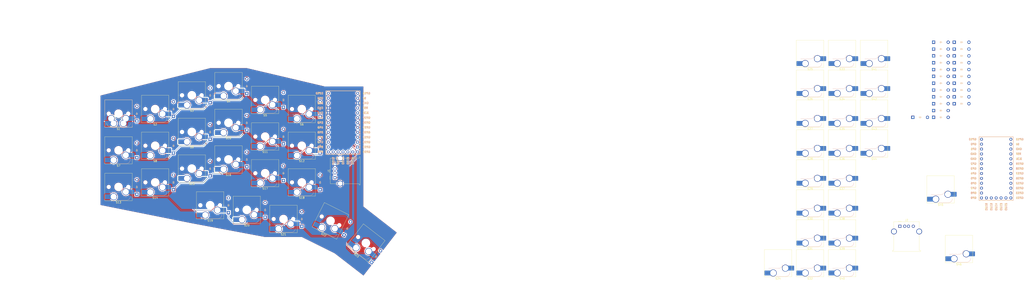
<source format=kicad_pcb>
(kicad_pcb (version 20241229) (generator "pcbnew") (generator_version "9.0")
  (layers (0 "F.Cu" signal) (2 "B.Cu" signal) (13 "F.Paste" user) (15 "B.Paste" user) (5 "F.SilkS" user "F.Silkscreen") (7 "B.SilkS" user "B.Silkscreen") (1 "F.Mask" user) (3 "B.Mask" user) (25 "Edge.Cuts" user))
  (net 0 "")
  (net 1 "ROW0L")
  (net 2 "Net-(D1-A)")
  (net 3 "Net-(D2-A)")
  (net 4 "Net-(D3-A)")
  (net 5 "Net-(D4-A)")
  (net 6 "Net-(D5-A)")
  (net 7 "Net-(D6-A)")
  (net 8 "ROW1L")
  (net 9 "Net-(D7-A)")
  (net 10 "Net-(D8-A)")
  (net 11 "Net-(D9-A)")
  (net 12 "Net-(D10-A)")
  (net 13 "Net-(D11-A)")
  (net 14 "Net-(D12-A)")
  (net 15 "Net-(D13-A)")
  (net 16 "ROW2L")
  (net 17 "Net-(D14-A)")
  (net 18 "Net-(D15-A)")
  (net 19 "Net-(D16-A)")
  (net 20 "Net-(D17-A)")
  (net 21 "Net-(D18-A)")
  (net 22 "Net-(D19-A)")
  (net 23 "ROW3L")
  (net 24 "Net-(D20-A)")
  (net 25 "Net-(D21-A)")
  (net 26 "Net-(D22-A)")
  (net 27 "Net-(D23-A)")
  (net 28 "Net-(D24-A)")
  (net 29 "ROW0R")
  (net 30 "ROW1R")
  (net 31 "Net-(D25-A)")
  (net 32 "Net-(D27-A)")
  (net 33 "ROW2R")
  (net 34 "Net-(D28-A)")
  (net 35 "Net-(D29-A)")
  (net 36 "Net-(D30-A)")
  (net 37 "Net-(D31-A)")
  (net 38 "Net-(D32-A)")
  (net 39 "Net-(D33-A)")
  (net 40 "Net-(D34-A)")
  (net 41 "ROW3R")
  (net 42 "Net-(D35-A)")
  (net 43 "Net-(D36-A)")
  (net 44 "Net-(D37-A)")
  (net 45 "Net-(D38-A)")
  (net 46 "Net-(D39-A)")
  (net 47 "Net-(D40-A)")
  (net 48 "Net-(D41-A)")
  (net 49 "Net-(D42-A)")
  (net 50 "Net-(D43-A)")
  (net 51 "Net-(D44-A)")
  (net 52 "Net-(D45-A)")
  (net 53 "Net-(D46-A)")
  (net 54 "Net-(D47-A)")
  (net 55 "INTERCONNECT_A")
  (net 56 "+5V")
  (net 57 "GND")
  (net 58 "INTERCONNECT_B")
  (net 59 "INTERCONNECT_A2")
  (net 60 "INTERCONNECT_B2")
  (net 61 "COL0L")
  (net 62 "COL1L")
  (net 63 "COL2L")
  (net 64 "COL3L")
  (net 65 "COL4L")
  (net 66 "COL5L")
  (net 67 "COL0R")
  (net 68 "COL1R")
  (net 69 "COL2R")
  (net 70 "COL3R")
  (net 71 "COL4R")
  (net 72 "COL5R")
  (net 86 "+3.3V")
  (footprint "ScottoKeebs_Hotswap:Hotswap_MX_Plated_1.00u" (layer "F.Cu") (at 411.809999 120.6 180)
    (property "Reference" "S32")
    (property "Value" "Keyswitch")
  )
  (footprint "ScottoKeebs_Components:Double_Sided_Diode_DO-35" (layer "F.Cu") (at 475.969999 44.8)
    (property "Reference" "D37" (hide yes))
    (property "Value" "D" (hide yes))
  )
  (footprint "ScottoKeebs_Components:Double_Sided_Diode_DO-35" (layer "F.Cu") (at 475.969999 23.5)
    (property "Reference" "D31" (hide yes))
    (property "Value" "D" (hide yes))
  )
  (footprint "ScottoKeebs_Components:Double_Sided_Diode_DO-35" (layer "F.Cu") (at 169.589987 105.9297 63.5)
    (property "Reference" "D22" (hide yes))
    (property "Value" "D" (hide yes))
  )
  (footprint "ScottoKeebs_Hotswap:Hotswap_MX_Plated_1.00u" (layer "F.Cu") (at 411.809999 89.5 180)
    (property "Reference" "S30")
    (property "Value" "Keyswitch")
  )
  (footprint "ScottoKeebs_Hotswap:Hotswap_MX_Plated_1.00u" (layer "F.Cu") (at 71.439 40.4821 180)
    (property "Reference" "S2")
    (property "Value" "Keyswitch")
  )
  (footprint "ScottoKeebs_Hotswap:Hotswap_MX_Plated_1.00u" (layer "F.Cu") (at 90.4894 33.3382 180)
    (property "Reference" "S3")
    (property "Value" "Keyswitch")
  )
  (footprint "ScottoKeebs_Components:Double_Sided_Diode_DO-35" (layer "F.Cu") (at 157.1658 82.3929 90)
    (property "Reference" "D18" (hide yes))
    (property "Value" "D" (hide yes))
  )
  (footprint "ScottoKeebs_Components:Double_Sided_Diode_DO-35" (layer "F.Cu") (at 486.739999 30.6)
    (property "Reference" "D45" (hide yes))
    (property "Value" "D" (hide yes))
  )
  (footprint "ScottoKeebs_Hotswap:Hotswap_MX_Plated_1.00u" (layer "F.Cu") (at 90.4894 52.3886 180)
    (property "Reference" "S9")
    (property "Value" "Keyswitch")
  )
  (footprint "ScottoKeebs_Hotswap:Hotswap_MX_Plated_1.00u" (layer "F.Cu") (at 71.439 59.5325 180)
    (property "Reference" "S8")
    (property "Value" "Keyswitch")
  )
  (footprint "ScottoKeebs_Hotswap:Hotswap_MX_Plated_1.00u" (layer "F.Cu") (at 428.444999 73.95 180)
    (property "Reference" "S37")
    (property "Value" "Keyswitch")
  )
  (footprint "ScottoKeebs_Components:Double_Sided_Diode_DO-35" (layer "F.Cu") (at 147.6406 101.4433 90)
    (property "Reference" "D21" (hide yes))
    (property "Value" "D" (hide yes))
  )
  (footprint "ScottoKeebs_Hotswap:Hotswap_MX_Plated_1.00u" (layer "F.Cu") (at 109.5398 66.6764 180)
    (property "Reference" "S16")
    (property "Value" "Keyswitch")
  )
  (footprint "ScottoKeebs_Hotswap:Hotswap_MX_Plated_1.00u" (layer "F.Cu") (at 71.439 78.5829 180)
    (property "Reference" "S14")
    (property "Value" "Keyswitch")
  )
  (footprint "ScottoKeebs_Hotswap:Hotswap_MX_Plated_1.00u" (layer "F.Cu") (at 90.4894 71.439 180)
    (property "Reference" "S15")
    (property "Value" "Keyswitch")
  )
  (footprint "ScottoKeebs_Hotswap:Hotswap_MX_Plated_1.00u_Reversible" (layer "F.Cu") (at 52.3886 42.8634 180)
    (property "Reference" "S1")
    (property "Value" "Keyswitch")
  )
  (footprint "ScottoKeebs_Hotswap:Hotswap_MX_Plated_1.00u" (layer "F.Cu") (at 411.809999 11.75 180)
    (property "Reference" "S25")
    (property "Value" "Keyswitch")
  )
  (footprint "ScottoKeebs_Components:Double_Sided_Diode_DO-35" (layer "F.Cu") (at 61.9138 65.7238 90)
    (property "Reference" "D7" (hide yes))
    (property "Value" "D" (hide yes))
  )
  (footprint "ScottoKeebs_Hotswap:Hotswap_MX_Plated_1.00u" (layer "F.Cu") (at 428.444999 120.6 180)
    (property "Reference" "S40")
    (property "Value" "Keyswitch")
  )
  (footprint "ScottoKeebs_Hotswap:Hotswap_MX_Plated_1.00u" (layer "F.Cu") (at 411.809999 105.05 180)
    (property "Reference" "S31")
    (property "Value" "Keyswitch")
  )
  (footprint "ScottoKeebs_Hotswap:Hotswap_MX_Plated_1.50u_90deg" (layer "F.Cu") (at 162.56 98.6 153.5)
    (property "Reference" "S22")
    (property "Value" "Keyswitch")
  )
  (footprint "ScottoKeebs_Components:Double_Sided_Diode_DO-35" (layer "F.Cu") (at 475.969999 27.05)
    (property "Reference" "D32" (hide yes))
    (property "Value" "D" (hide yes))
  )
  (footprint "ScottoKeebs_Components:Double_Sided_Diode_DO-35" (layer "F.Cu") (at 80.9642 63.3425 90)
    (property "Reference" "D8" (hide yes))
    (property "Value" "D" (hide yes))
  )
  (footprint "ScottoKeebs_Components:Double_Sided_Diode_DO-35" (layer "F.Cu") (at 475.969999 37.7)
    (property "Reference" "D35" (hide yes))
    (property "Value" "D" (hide yes))
  )
  (footprint "ScottoKeebs_Hotswap:Hotswap_MX_Plated_1.00u" (layer "F.Cu") (at 411.809999 42.85 180)
    (property "Reference" "S27")
    (property "Value" "Keyswitch")
  )
  (footprint "ScottoKeebs_Hotswap:Hotswap_MX_Plated_1.00u" (layer "F.Cu") (at 428.444999 58.4 180)
    (property "Reference" "S36")
    (property "Value" "Keyswitch")
  )
  (footprint "ScottoKeebs_Components:Double_Sided_Diode_DO-35" (layer "F.Cu") (at 119.065 51.436 90)
    (property "Reference" "D10" (hide yes))
    (property "Value" "D" (hide yes))
  )
  (footprint "ScottoKeebs_Hotswap:Hotswap_MX_Plated_1.00u" (layer "F.Cu") (at 138.1154 97.6333 180)
    (property "Reference" "S21")
    (property "Value" "Keyswitch")
  )
  (footprint "ScottoKeebs_Hotswap:Hotswap_MX_Plated_1.00u" (layer "F.Cu") (at 52.3886 80.9642 180)
    (property "Reference" "S13")
    (property "Value" "Keyswitch")
  )
  (footprint "ScottoKeebs_Components:Double_Sided_Diode_DO-35" (layer "F.Cu") (at 486.739999 9.3)
    (property "Reference" "D39" (hide yes))
    (property "Value" "D" (hide yes))
  )
  (footprint "ScottoKeebs_Hotswap:Hotswap_MX_Plated_1.00u" (layer "F.Cu") (at 52.3886 61.9138 180)
    (property "Reference" "S7")
    (property "Value" "Keyswitch")
  )
  (footprint "ScottoKeebs_Components:Double_Sided_Diode_DO-35" (layer "F.Cu") (at 100.0146 37.1482 90)
    (property "Reference" "D3" (hide yes))
    (property "Value" "D" (hide yes))
  )
  (footprint "ScottoKeebs_Hotswap:Hotswap_MX_Plated_1.00u" (layer "F.Cu") (at 147.6406 59.5325 180)
    (property "Reference" "S12")
    (property "Value" "Keyswitch")
  )
  (footprint "ScottoKeebs_MCU:RP2040_Pro_Micro" (layer "F.Cu") (at 508.524799 72.7034)
    (property "Reference" "U2" (hide yes))
    (property "Value" "RP2040_Pro_Micro" (hide yes))
  )
  (footprint "ScottoKeebs_Components:Double_Sided_Diode_DO-35" (layer "F.Cu") (at 80.9642 82.3929 90)
    (property "Reference" "D14" (hide yes))
    (property "Value" "D" (hide yes))
  )
  (footprint "ScottoKeebs_Hotswap:Hotswap_MX_Plated_1.00u" (layer "F.Cu") (at 428.444999 42.85 180)
    (property "Reference" "S35")
    (property "Value" "Keyswitch")
  )
  (footprint "ScottoKeebs_Hotswap:Hotswap_MX_Plated_1.00u" (layer "F.Cu") (at 128.5902 73.8203 180)
    (property "Reference" "S17")
    (property "Value" "Keyswitch")
  )
  (footprint "ScottoKeebs_Hotswap:Hotswap_MX_Plated_1.00u" (layer "F.Cu") (at 411.809999 58.4 180)
    (property "Reference" "S28")
    (property "Value" "Keyswitch")
  )
  (footprint "ScottoKeebs_Components:Double_Sided_Diode_DO-35" (layer "F.Cu") (at 486.739999 27.05)
    (property "Reference" "D44" (hide yes))
    (property "Value" "D" (hide yes))
  )
  (footprint "ScottoKeebs_Hotswap:Hotswap_MX_Plated_1.00u" (layer "F.Cu") (at 119.065 92.8707 180)
    (property "Reference" "S20")
    (property "Value" "Keyswitch")
  )
  (footprint "ScottoKeebs_Hotswap:Hotswap_MX_Plated_1.00u" (layer "F.Cu") (at 445.079999 58.4 180)
    (property "Reference" "S44")
    (property "Value" "Keyswitch")
  )
  (footprint "ScottoKeebs_Hotswap:Hotswap_MX_Plated_1.00u" (layer "F.Cu") (at 428.444999 27.3 180)
    (property "Reference" "S34")
    (property "Value" "Keyswitch")
  )
  (footprint "ScottoKeebs_Components:Double_Sided_Diode_DO-35" (layer "F.Cu") (at 475.969999 19.95)
    (property "Reference" "D30" (hide yes))
    (property "Value" "D" (hide yes))
  )
  (footprint "ScottoKeebs_Components:Double_Sided_Diode_DO-35" (layer "F.Cu") (at 100.0146 56.1986 90)
    (property "Reference" "D9" (hide yes))
    (property "Value" "D" (hide yes))
  )
  (footprint "ScottoKeebs_Components:Double_Sided_Diode_DO-35" (layer "F.Cu") (at 183.917452 120.172527 52.25)
    (property "Reference" "D23" (hide yes))
    (property "Value" "D" (hide yes))
  )
  (footprint "ScottoKeebs_Components:Double_Sided_Diode_DO-35" (layer "F.Cu") (at 475.969999 12.85)
    (property "Reference" "D28" (hide yes))
    (property "Value" "D" (hide yes))
  )
  (footprint "ScottoKeebs_Components:Double_Sided_Diode_DO-35" (layer "F.Cu") (at 486.739999 16.4)
    (property "Reference" "D41" (hide yes))
    (property "Value" "D" (hide yes))
  )
  (footprint "ScottoKeebs_Components:Double_Sided_Diode_DO-35" (layer "F.Cu") (at 100.0146 75.249 90)
    (property "Reference" "D15" (hide yes))
    (property "Value" "D" (hide yes))
  )
  (footprint "ScottoKeebs_Components:Double_Sided_Diode_DO-35" (layer "F.Cu") (at 465.199999 44.8)
    (property "Reference" "D24" (hide yes))
    (property "Value" "D" (hide yes))
  )
  (footprint "ScottoKeebs_Components:Double_Sided_Diode_DO-35" (layer "F.Cu") (at 109.5398 94.2994 90)
    (property "Reference" "D19" (hide yes))
    (property "Value" "D" (hide yes))
  )
  (footprint "Connector_USB:USB_A_Molex_67643_Horizontal" (layer "F.Cu") (at 164.8958 76.1266 90)
    (property "Reference" "J1")
    (property "Value" "USB_A")
  )
  (footprint "ScottoKeebs_Components:Double_Sided_Diode_DO-35" (layer "F.Cu") (at 80.9642 44.2921 90)
    (property "Reference" "D2" (hide yes))
    (property "Value" "D" (hide yes))
  )
  (footprint "ScottoKeebs_Hotswap:Hotswap_MX_Plated_1.00u" (layer "F.Cu") (at 411.809999 73.95 180)
    (property "Reference" "S29")
    (property "Value" "Keyswitch")
  )
  (footprint "ScottoKeebs_Components:Double_Sided_Diode_DO-35" (layer "F.Cu") (at 138.1154 77.6303 90)
    (property "Reference" "D17" (hide yes))
    (property "Value" "D" (hide yes))
  )
  (footprint "ScottoKeebs_Components:Double_Sided_Diode_DO-35" (layer "F.Cu") (at 475.969999 34.15)
    (property "Reference" "D34" (hide yes))
    (property "Value" "D" (hide yes))
  )
  (footprint "Connector_USB:USB_A_Molex_67643_Horizontal" (layer "F.Cu") (at 458.458207 101.4)
    (property "Reference" "J2")
    (property "Value" "USB_A")
  )
  (footprint "ScottoKeebs_Components:Double_Sided_Diode_DO-35" (layer "F.Cu") (at 157.1658 63.3425 90)
    (property "Reference" "D12" (hide yes))
    (property "Value" "D" (hide yes))
  )
  (footprint "ScottoKeebs_Hotswap:Hotswap_MX_Plated_1.00u" (layer "F.Cu") (at 445.079999 11.75 180)
    (property "Reference" "S41")
    (property "Value" "Keyswitch")
  )
  (footprint "ScottoKeebs_Components:Double_Sided_Diode_DO-35" (layer "F.Cu") (at 61.9138 84.7742 90)
    (property "Reference" "D13" (hide yes))
    (property "Value" "D" (hide yes))
  )
  (footprint "ScottoKeebs_MCU:RP2040_Pro_Micro" (layer "F.Cu") (at 169.0652 48.8146)
    (property "Reference" "U1" (hide yes))
    (property "Value" "RP2040_Pro_Micro" (hide yes))
  )
  (footprint "ScottoKeebs_Hotswap:Hotswap_MX_Plated_1.00u" (layer "F.Cu") (at 428.444999 89.5 180)
    (property "Reference" "S38")
    (property "Value" "Keyswitch")
  )
  (footprint "ScottoKeebs_Hotswap:Hotswap_MX_Plated_1.00u" (layer "F.Cu") (at 445.079999 27.3 180)
    (property "Reference" "S42")
    (property "Value" "Keyswitch")
  )
  (footprint "ScottoKeebs_Hotswap:Hotswap_MX_Plated_1.50u_90deg" (layer "F.Cu") (at 489.157 113.1855 180)
    (property "Reference" "S46")
    (property "Value" "Keyswitch")
  )
  (footprint "ScottoKeebs_Components:Double_Sided_Diode_DO-35" (layer "F.Cu") (at 486.739999 19.95)
    (property "Reference" "D42" (hide yes))
    (property "Value" "D" (hide yes))
  )
  (footprint "ScottoKeebs_Components:Double_Sided_Diode_DO-35" (layer "F.Cu") (at 128.5902 96.6807 90)
    (property "Reference" "D20" (hide yes))
    (property "Value" "D" (hide yes))
  )
  (footprint "ScottoKeebs_Components:Double_Sided_Diode_DO-35" (layer "F.Cu") (at 486.739999 34.15)
    (property "Reference" "D46" (hide yes))
    (property "Value" "D" (hide yes))
  )
  (footprint "ScottoKeebs_Hotswap:Hotswap_MX_Plated_1.50u_90deg" (layer "F.Cu") (at 479.6318 82.2286 180)
    (property "Reference" "S45")
    (property "Value" "Keyswitch")
  )
  (footprint "ScottoKeebs_Hotswap:Hotswap_MX_Plated_1.00u" (layer "F.Cu") (at 147.6406 78.5829 180)
    (property "Reference" "S18")
    (property "Value" "Keyswitch")
  )
  (footprint "ScottoKeebs_Hotswap:Hotswap_MX_Plated_1.00u" (layer "F.Cu") (at 411.809999 27.3 180)
    (property "Reference" "S26")
    (property "Value" "Keyswitch")
  )
  (footprint "ScottoKeebs_Components:Double_Sided_Diode_DO-35" (layer "F.Cu") (at 475.969999 9.3)
    (property "Reference" "D27" (hide yes))
    (property "Value" "D" (hide yes))
  )
  (footprint "ScottoKeebs_Hotswap:Hotswap_MX_Plated_1.00u" (layer "F.Cu") (at 147.6406 40.4821 180)
    (property "Reference" "S6")
    (property "Value" "Keyswitch")
  )
  (footprint "ScottoKeebs_Hotswap:Hotswap_MX_Plated_1.00u" (layer "F.Cu") (at 395.174999 120.6 180)
    (property "Reference" "S24")
    (property "Value" "Keyswitch")
  )
  (footprint "ScottoKeebs_Hotswap:Hotswap_MX_Plated_1.00u" (layer "F.Cu") (at 128.5902 35.7195 180)
    (property "Reference" "S5")
    (property "Value" "Keyswitch")
  )
  (footprint "ScottoKeebs_Components:Double_Sided_Diode_DO-35" (layer "F.Cu") (at 475.969999 16.4)
    (property "Reference" "D29" (hide yes))
    (property "Value" "D" (hide yes))
  )
  (footprint "ScottoKeebs_Components:Double_Sided_Diode_DO-35" (layer "F.Cu") (at 475.969999 41.25)
    (property "Reference" "D36" (hide yes))
    (property "Value" "D" (hide yes))
  )
  (footprint "ScottoKeebs_Hotswap:Hotswap_MX_Plated_1.00u" (layer "F.Cu") (at 109.5398 47.626 180)
    (property "Reference" "S10")
    (property "Value" "Keyswitch")
  )
  (footprint "ScottoKeebs_Hotswap:Hotswap_MX_Plated_1.00u" (layer "F.Cu") (at 100.0146 90.4894 180)
    (property "Reference" "S19")
    (property "Value" "Keyswitch")
  )
  (footprint "ScottoKeebs_Components:Double_Sided_Diode_DO-35" (layer "F.Cu") (at 119.065 70.4864 90)
    (property "Reference" "D16" (hide yes))
    (property "Value" "D" (hide yes))
  )
  (footprint "ScottoKeebs_Hotswap:Hotswap_MX_Plated_1.00u" (layer "F.Cu") (at 428.444999 105.05 180)
    (property "Reference" "S39")
    (property "Value" "Keyswitch")
  )
  (footprint "ScottoKeebs_Hotswap:Hotswap_MX_Plated_1.00u" (layer "F.Cu") (at 445.079999 42.85 180)
    (property "Reference" "S43")
    (property "Value" "Keyswitch")
  )
  (footprint "ScottoKeebs_Components:Double_Sided_Diode_DO-35" (layer "F.Cu") (at 119.065 32.3856 90)
    (property "Reference" "D4" (hide yes))
    (property "Value" "D" (hide yes))
  )
  (footprint "ScottoKeebs_Components:Double_Sided_Diode_DO-35" (layer "F.Cu") (at 475.969999 5.75)
    (property "Reference" "D25" (hide yes))
    (property "Value" "D" (hide yes))
  )
  (footprint "ScottoKeebs_Components:Double_Sided_Diode_DO-35" (layer "F.Cu") (at 486.739999 5.75)
    (property "Reference" "D38" (hide yes))
    (property "Value" "D" (hide yes))
  )
  (footprint "ScottoKeebs_Components:Double_Sided_Diode_DO-35" (layer "F.Cu") (at 157.1658 44.2921 90)
    (property "Reference" "D6" (hide yes))
    (property "Value" "D" (hide yes))
  )
  (footprint "ScottoKeebs_Hotswap:Hotswap_MX_Plated_1.50u_90deg" (layer "F.Cu") (at 180.95 110.12 142.25)
    (property "Reference" "S23")
    (property "Value" "Keyswitch")
  )
  (footprint "ScottoKeebs_Components:Double_Sided_Diode_DO-35" (layer "F.Cu") (at 486.739999 23.5)
    (property "Reference" "D43" (hide yes))
    (property "Value" "D" (hide yes))
  )
  (footprint "ScottoKeebs_Components:Double_Sided_Diode_DO-35" (layer "F.Cu") (at 486.739999 12.85)
    (property "Reference" "D40" (hide yes))
    (property "Value" "D" (hide yes))
  )
  (footprint "ScottoKeebs_Hotswap:Hotswap_MX_Plated_1.00u" (layer "F.Cu") (at 128.5902 54.7699 180)
    (property "Reference" "S11")
    (property "Value" "Keyswitch")
  )
  (footprint "ScottoKeebs_Hotswap:Hotswap_MX_Plated_1.00u" (layer "F.Cu") (at 428.444999 11.75 180)
    (property "Reference" "S33")
    (property "Value" "Keyswitch")
  )
  (footprint "ScottoKeebs_Components:Double_Sided_Diode_DO-35" (layer "F.Cu") (at 475.969999 30.6)
    (property "Reference" "D33" (hide yes))
    (property "Value" "D" (hide yes))
  )
  (footprint "ScottoKeebs_Components:Double_Sided_Diode_DO-35" (layer "F.Cu") (at 61.9138 46.6734 90)
    (property "Reference" "D1" (hide yes))
    (property "Value" "D" (hide yes))
  )
  (footprint "ScottoKeebs_Components:Double_Sided_Diode_DO-35" (layer "F.Cu") (at 138.1154 39.5295 90)
    (property "Reference" "D5" (hide yes))
    (property "Value" "D" (hide yes))
  )
  (footprint "ScottoKeebs_Components:Double_Sided_Diode_DO-35" (layer "F.Cu") (at 486.739999 37.7)
    (property "Reference" "D47" (hide yes))
    (property "Value" "D" (hide yes))
  )
  (footprint "ScottoKeebs_Components:Double_Sided_Diode_DO-35" (layer "F.Cu") (at 138.1154 58.5799 90)
    (property "Reference" "D11" (hide yes))
    (property "Value" "D" (hide yes))
  )
  (footprint "ScottoKeebs_Hotswap:Hotswap_MX_Plated_1.00u" (layer "F.Cu") (at 109.5398 28.5756 180)
    (property "Reference" "S4")
    (property "Value" "Keyswitch")
  )
  (gr_line (start 164.67 115.62) (end 147.6343 107.154) (stroke (width 0.05)) (layer "Edge.Cuts"))
  (gr_line (start 90.4855 100.0104) (end 42.8634 90.4856) (stroke (width 0.05)) (layer "Edge.Cuts"))
  (gr_line (start 179.7806 28.5744) (end 179.7806 91.038372) (stroke (width 0.05)) (layer "Edge.Cuts"))
  (gr_line (start 159.5404 28.5744) (end 179.7806 28.5744) (stroke (width 0.05)) (layer "Edge.Cuts"))
  (gr_line (start 100.0104 19.0496) (end 119.06 19.0496) (stroke (width 0.05)) (layer "Edge.Cuts"))
  (gr_line (start 128.5847 107.154) (end 90.4855 100.0104) (stroke (width 0.05)) (layer "Edge.Cuts"))
  (gr_line (start 179.7806 91.038372) (end 197.24 104.64) (stroke (width 0.05)) (layer "Edge.Cuts"))
  (gr_line (start 147.6343 107.154) (end 128.5847 107.154) (stroke (width 0.05)) (layer "Edge.Cuts"))
  (gr_line (start 179.73 127.25) (end 164.67 115.62) (stroke (width 0.05)) (layer "Edge.Cuts"))
  (gr_line (start 119.06 19.0496) (end 159.5404 28.5744) (stroke (width 0.05)) (layer "Edge.Cuts"))
  (gr_line (start 42.8616 90.4856) (end 42.8616 33.3368) (stroke (width 0.05)) (layer "Edge.Cuts"))
  (gr_line (start 197.237432 104.64) (end 179.73 127.25) (stroke (width 0.05)) (layer "Edge.Cuts"))
  (gr_line (start 42.8616 33.3368) (end 100.0104 19.0496) (stroke (width 0.05)) (layer "Edge.Cuts"))
  (segment (start 158.1927 44.2921) (end 161.4452 47.5446) (width 0.2) (layer "F.Cu") (net 1))
  (segment (start 157.1658 44.2921) (end 158.1927 44.2921) (width 0.2) (layer "F.Cu") (net 1))
  (segment (start 88.838863 40.5) (end 96.6628 40.5) (width 0.2) (layer "B.Cu") (net 1))
  (segment (start 124.6985 38.6985) (end 129.4985 38.6985) (width 0.2) (layer "B.Cu") (net 1))
  (segment (start 115.6506 35.8) (end 119.065 32.3856) (width 0.2) (layer "B.Cu") (net 1))
  (segment (start 87.079137 40.5192) (end 88.819663 40.5192) (width 0.2) (layer "B.Cu") (net 1))
  (segment (start 87.059937 40.5) (end 87.079137 40.5192) (width 0.2) (layer "B.Cu") (net 1))
  (segment (start 88.819663 40.5192) (end 88.838863 40.5) (width 0.2) (layer "B.Cu") (net 1))
  (segment (start 131.2 40.4) (end 137.2449 40.4) (width 0.2) (layer "B.Cu") (net 1))
  (segment (start 119.065 32.3856) (end 119.065 33.065) (width 0.2) (layer "B.Cu") (net 1))
  (segment (start 62.9035 47.6631) (end 77.5932 47.6631) (width 0.2) (layer "B.Cu") (net 1))
  (segment (start 96.6628 40.5) (end 100.0146 37.1482) (width 0.2) (layer "B.Cu") (net 1))
  (segment (start 150.580337 45.1231) (end 156.3348 45.1231) (width 0.2) (layer "B.Cu") (net 1))
  (segment (start 100.0146 37.1482) (end 101.3628 35.8) (width 0.2) (layer "B.Cu") (net 1))
  (segment (start 129.4985 38.6985) (end 131.2 40.4) (width 0.2) (layer "B.Cu") (net 1))
  (segment (start 84.7563 40.5) (end 87.059937 40.5) (width 0.2) (layer "B.Cu") (net 1))
  (segment (start 156.3348 45.1231) (end 157.1658 44.2921) (width 0.2) (layer "B.Cu") (net 1))
  (segment (start 80.9642 44.2921) (end 84.7563 40.5) (width 0.2) (layer "B.Cu") (net 1))
  (segment (start 138.1154 39.5295) (end 141.419 42.8331) (width 0.2) (layer "B.Cu") (net 1))
  (segment (start 141.419 42.8331) (end 148.290337 42.8331) (width 0.2) (layer "B.Cu") (net 1))
  (segment (start 77.5932 47.6631) (end 80.9642 44.2921) (width 0.2) (layer "B.Cu") (net 1))
  (segment (start 148.290337 42.8331) (end 150.580337 45.1231) (width 0.2) (layer "B.Cu") (net 1))
  (segment (start 101.3628 35.8) (end 115.6506 35.8) (width 0.2) (layer "B.Cu") (net 1))
  (segment (start 137.2449 40.4) (end 138.1154 39.5295) (width 0.2) (layer "B.Cu") (net 1))
  (segment (start 119.065 33.065) (end 124.6985 38.6985) (width 0.2) (layer "B.Cu") (net 1))
  (segment (start 61.9138 46.6734) (end 62.9035 47.6631) (width 0.2) (layer "B.Cu") (net 1))
  (segment (start 49.8486 47.9434) (end 50.633416 47.9434) (width 0.2) (layer "F.Cu") (net 2))
  (segment (start 50.633416 47.9434) (end 59.523416 39.0534) (width 0.2) (layer "F.Cu") (net 2))
  (segment (start 59.523416 39.0534) (end 61.913799 39.0534) (width 0.2) (layer "F.Cu") (net 2))
  (segment (start 78.595173 36.6721) (end 80.9642 36.6721) (width 0.2) (layer "F.Cu") (net 3))
  (segment (start 68.899 45.5621) (end 69.705173 45.5621) (width 0.2) (layer "F.Cu") (net 3))
  (segment (start 69.705173 45.5621) (end 78.595173 36.6721) (width 0.2) (layer "F.Cu") (net 3))
  (segment (start 88.734216 38.4182) (end 97.624216 29.5282) (width 0.2) (layer "F.Cu") (net 4))
  (segment (start 97.624216 29.5282) (end 100.0146 29.5282) (width 0.2) (layer "F.Cu") (net 4))
  (segment (start 87.9494 38.4182) (end 88.734216 38.4182) (width 0.2) (layer "F.Cu") (net 4))
  (segment (start 106.9998 33.6556) (end 107.784616 33.6556) (width 0.2) (layer "F.Cu") (net 5))
  (segment (start 107.784616 33.6556) (end 116.674616 24.7656) (width 0.2) (layer "F.Cu") (net 5))
  (segment (start 116.674616 24.7656) (end 119.065 24.7656) (width 0.2) (layer "F.Cu") (net 5))
  (segment (start 135.725016 31.9095) (end 138.1154 31.9095) (width 0.2) (layer "F.Cu") (net 6))
  (segment (start 126.0502 40.7995) (end 126.835016 40.7995) (width 0.2) (layer "F.Cu") (net 6))
  (segment (start 126.835016 40.7995) (end 135.725016 31.9095) (width 0.2) (layer "F.Cu") (net 6))
  (segment (start 145.885416 45.5621) (end 154.775416 36.6721) (width 0.2) (layer "F.Cu") (net 7))
  (segment (start 145.1006 45.5621) (end 145.885416 45.5621) (width 0.2) (layer "F.Cu") (net 7))
  (segment (start 154.775416 36.6721) (end 157.1658 36.6721) (width 0.2) (layer "F.Cu") (net 7))
  (segment (start 158.66745 61.84085) (end 158.66745 52.86235) (width 0.2) (layer "F.Cu") (net 8))
  (segment (start 158.66745 52.86235) (end 161.4452 50.0846) (width 0.2) (layer "F.Cu") (net 8))
  (segment (start 157.1658 63.3425) (end 158.66745 61.84085) (width 0.2) (layer "F.Cu") (net 8))
  (segment (start 156.3348 64.1735) (end 148.956784 64.1735) (width 0.2) (layer "B.Cu") (net 8))
  (segment (start 137.2844 59.4109) (end 129.885027 59.4109) (width 0.2) (layer "B.Cu") (net 8))
  (segment (start 101.2132 55) (end 100.0146 56.1986) (width 0.2) (layer "B.Cu") (net 8))
  (segment (start 124.6 57.6) (end 119.1 52.1) (width 0.2) (layer "B.Cu") (net 8))
  (segment (start 148.956784 64.1735) (end 145.541784 60.7585) (width 0.2) (layer "B.Cu") (net 8))
  (segment (start 100.0146 56.1986) (end 96.5132 59.7) (width 0.2) (layer "B.Cu") (net 8))
  (segment (start 115.501 55) (end 101.2132 55) (width 0.2) (layer "B.Cu") (net 8))
  (segment (start 119.1 51.471) (end 119.065 51.436) (width 0.2) (layer "B.Cu") (net 8))
  (segment (start 119.065 51.436) (end 115.501 55) (width 0.2) (layer "B.Cu") (net 8))
  (segment (start 138.1154 58.5799) (end 137.2844 59.4109) (width 0.2) (layer "B.Cu") (net 8))
  (segment (start 96.5132 59.7) (end 84.6067 59.7) (width 0.2) (layer "B.Cu") (net 8))
  (segment (start 84.6067 59.7) (end 80.9642 63.3425) (width 0.2) (layer "B.Cu") (net 8))
  (segment (start 119.1 52.1) (end 119.1 51.471) (width 0.2) (layer "B.Cu") (net 8))
  (segment (start 77.5067 66.8) (end 62.99 66.8) (width 0.2) (layer "B.Cu") (net 8))
  (segment (start 145.541784 60.7585) (end 140.294 60.7585) (width 0.2) (layer "B.Cu") (net 8))
  (segment (start 129.885027 59.4109) (end 128.074127 57.6) (width 0.2) (layer "B.Cu") (net 8))
  (segment (start 80.9642 63.3425) (end 77.5067 66.8) (width 0.2) (layer "B.Cu") (net 8))
  (segment (start 62.99 66.8) (end 61.9138 65.7238) (width 0.2) (layer "B.Cu") (net 8))
  (segment (start 140.294 60.7585) (end 138.1154 58.5799) (width 0.2) (layer "B.Cu") (net 8))
  (segment (start 157.1658 63.3425) (end 156.3348 64.1735) (width 0.2) (layer "B.Cu") (net 8))
  (segment (start 128.074127 57.6) (end 124.6 57.6) (width 0.2) (layer "B.Cu") (net 8))
  (segment (start 50.633416 66.9938) (end 59.523416 58.1038) (width 0.2) (layer "F.Cu") (net 9))
  (segment (start 49.8486 66.9938) (end 50.633416 66.9938) (width 0.2) (layer "F.Cu") (net 9))
  (segment (start 59.523416 58.1038) (end 61.9138 58.1038) (width 0.2) (layer "F.Cu") (net 9))
  (segment (start 78.595173 55.7225) (end 80.9642 55.7225) (width 0.2) (layer "F.Cu") (net 10))
  (segment (start 68.899 64.6125) (end 69.705173 64.6125) (width 0.2) (layer "F.Cu") (net 10))
  (segment (start 69.705173 64.6125) (end 78.595173 55.7225) (width 0.2) (layer "F.Cu") (net 10))
  (segment (start 88.734216 57.4686) (end 97.624216 48.5786) (width 0.2) (layer "F.Cu") (net 11))
  (segment (start 97.624216 48.5786) (end 100.0146 48.5786) (width 0.2) (layer "F.Cu") (net 11))
  (segment (start 87.9494 57.4686) (end 88.734216 57.4686) (width 0.2) (layer "F.Cu") (net 11))
  (segment (start 107.805973 52.706) (end 116.695973 43.816) (width 0.2) (layer "F.Cu") (net 12))
  (segment (start 116.695973 43.816) (end 119.065 43.816) (width 0.2) (layer "F.Cu") (net 12))
  (segment (start 106.9998 52.706) (end 107.805973 52.706) (width 0.2) (layer "F.Cu") (net 12))
  (segment (start 135.746373 50.9599) (end 138.1154 50.9599) (width 0.2) (layer "F.Cu") (net 13))
  (segment (start 126.856373 59.8499) (end 135.746373 50.9599) (width 0.2) (layer "F.Cu") (net 13))
  (segment (start 126.0502 59.8499) (end 126.856373 59.8499) (width 0.2) (layer "F.Cu") (net 13))
  (segment (start 154.796773 55.7225) (end 157.1658 55.7225) (width 0.2) (layer "F.Cu") (net 14))
  (segment (start 145.906773 64.6125) (end 154.796773 55.7225) (width 0.2) (layer "F.Cu") (net 14))
  (segment (start 145.1006 64.6125) (end 145.906773 64.6125) (width 0.2) (layer "F.Cu") (net 14))
  (segment (start 59.544773 77.1542) (end 61.9138 77.1542) (width 0.2) (layer "F.Cu") (net 15))
  (segment (start 49.8486 86.0442) (end 50.654773 86.0442) (width 0.2) (layer "F.Cu") (net 15))
  (segment (start 50.654773 86.0442) (end 59.544773 77.1542) (width 0.2) (layer "F.Cu") (net 15))
  (segment (start 161.4452 52.6246) (end 159.06845 55.00135) (width 0.2) (layer "F.Cu") (net 16))
  (segment (start 159.06845 80.49025) (end 157.1658 82.3929) (width 0.2) (layer "F.Cu") (net 16))
  (segment (start 159.06845 55.00135) (end 159.06845 80.49025) (width 0.2) (layer "F.Cu") (net 16))
  (segment (start 150.580337 83.2239) (end 156.3348 83.2239) (width 0.2) (layer "B.Cu") (net 16))
  (segment (start 148.918337 81.5619) (end 150.580337 83.2239) (width 0.2) (layer "B.Cu") (net 16))
  (segment (start 80.9642 82.3929) (end 84.4571 78.9) (width 0.2) (layer "B.Cu") (net 16))
  (segment (start 124.3779 76.7993) (end 129.867937 76.7993) (width 0.2) (layer "B.Cu") (net 16))
  (segment (start 61.9138 84.7742) (end 62.9035 85.7639) (width 0.2) (layer "B.Cu") (net 16))
  (segment (start 131.529937 78.4613) (end 137.2844 78.4613) (width 0.2) (layer "B.Cu") (net 16))
  (segment (start 137.2844 78.4613) (end 138.1154 77.6303) (width 0.2) (layer "B.Cu") (net 16))
  (segment (start 129.867937 76.7993) (end 131.529937 78.4613) (width 0.2) (layer "B.Cu") (net 16))
  (segment (start 115.5514 74) (end 119.065 70.4864) (width 0.2) (layer "B.Cu") (net 16))
  (segment (start 100.0146 75.249) (end 101.2636 74) (width 0.2) (layer "B.Cu") (net 16))
  (segment (start 101.2636 74) (end 115.5514 74) (width 0.2) (layer "B.Cu") (net 16))
  (segment (start 96.3636 78.9) (end 100.0146 75.249) (width 0.2) (layer "B.Cu") (net 16))
  (segment (start 77.5932 85.7639) (end 80.9642 82.3929) (width 0.2) (layer "B.Cu") (net 16))
  (segment (start 156.3348 83.2239) (end 157.1658 82.3929) (width 0.2) (layer "B.Cu") (net 16))
  (segment (start 62.9035 85.7639) (end 77.5932 85.7639) (width 0.2) (layer "B.Cu") (net 16))
  (segment (start 138.1154 77.6303) (end 142.047 81.5619) (width 0.2) (layer "B.Cu") (net 16))
  (segment (start 142.047 81.5619) (end 148.918337 81.5619) (width 0.2) (layer "B.Cu") (net 16))
  (segment (start 119.065 71.4864) (end 124.3779 76.7993) (width 0.2) (layer "B.Cu") (net 16))
  (segment (start 84.4571 78.9) (end 96.3636 78.9) (width 0.2) (layer "B.Cu") (net 16))
  (segment (start 119.065 70.4864) (end 119.065 71.4864) (width 0.2) (layer "B.Cu") (net 16))
  (segment (start 78.573816 74.7729) (end 80.9642 74.7729) (width 0.2) (layer "F.Cu") (net 17))
  (segment (start 69.683816 83.6629) (end 78.573816 74.7729) (width 0.2) (layer "F.Cu") (net 17))
  (segment (start 68.899 83.6629) (end 69.683816 83.6629) (width 0.2) (layer "F.Cu") (net 17))
  (segment (start 88.734216 76.519) (end 97.624216 67.629) (width 0.2) (layer "F.Cu") (net 18))
  (segment (start 87.9494 76.519) (end 88.734216 76.519) (width 0.2) (layer "F.Cu") (net 18))
  (segment (start 97.624216 67.629) (end 100.0146 67.629) (width 0.2) (layer "F.Cu") (net 18))
  (segment (start 106.9998 71.7564) (end 107.805973 71.7564) (width 0.2) (layer "F.Cu") (net 19))
  (segment (start 116.695973 62.8664) (end 119.065 62.8664) (width 0.2) (layer "F.Cu") (net 19))
  (segment (start 107.805973 71.7564) (end 116.695973 62.8664) (width 0.2) (layer "F.Cu") (net 19))
  (segment (start 126.0502 78.9003) (end 126.856373 78.9003) (width 0.2) (layer "F.Cu") (net 20))
  (segment (start 126.856373 78.9003) (end 135.746373 70.0103) (width 0.2) (layer "F.Cu") (net 20))
  (segment (start 135.746373 70.0103) (end 138.1154 70.0103) (width 0.2) (layer "F.Cu") (net 20))
  (segment (start 154.796773 74.7729) (end 157.1658 74.7729) (width 0.2) (layer "F.Cu") (net 21))
  (segment (start 145.1006 83.6629) (end 145.906773 83.6629) (width 0.2) (layer "F.Cu") (net 21))
  (segment (start 145.906773 83.6629) (end 154.796773 74.7729) (width 0.2) (layer "F.Cu") (net 21))
  (segment (start 107.170773 86.6794) (end 109.5398 86.6794) (width 0.2) (layer "F.Cu") (net 22))
  (segment (start 97.4746 95.5694) (end 98.280773 95.5694) (width 0.2) (layer "F.Cu") (net 22))
  (segment (start 98.280773 95.5694) (end 107.170773 86.6794) (width 0.2) (layer "F.Cu") (net 22))
  (segment (start 169.589987 109.311336) (end 180.451178 120.172527) (width 0.2) (layer "F.Cu") (net 23))
  (segment (start 159.5 89.5839) (end 159.5 57.1098) (width 0.2) (layer "F.Cu") (net 23))
  (segment (start 159.5 57.1098) (end 161.4452 55.1646) (width 0.2) (layer "F.Cu") (net 23))
  (segment (start 169.589987 105.9297) (end 169.589987 109.311336) (width 0.2) (layer "F.Cu") (net 23))
  (segment (start 180.451178 120.172527) (end 183.917452 120.172527) (width 0.2) (layer "F.Cu") (net 23))
  (segment (start 147.6406 101.4433) (end 159.5 89.5839) (width 0.2) (layer "F.Cu") (net 23))
  (segment (start 109.5398 97.056661) (end 112.534839 100.0517) (width 0.2) (layer "B.Cu") (net 23))
  (segment (start 132.5218 100.6123) (end 139.393137 100.6123) (width 0.2) (layer "B.Cu") (net 23))
  (segment (start 168.993476 106.526211) (end 169.589987 105.9297) (width 0.2) (layer "B.Cu") (net 23))
  (segment (start 128.5902 96.6807) (end 132.5218 100.6123) (width 0.2) (layer "B.Cu") (net 23))
  (segment (start 152.723511 106.526211) (end 168.993476 106.526211) (width 0.2) (layer "B.Cu") (net 23))
  (segment (start 112.534839 100.0517) (end 125.2192 100.0517) (width 0.2) (layer "B.Cu") (net 23))
  (segment (start 109.5398 94.2994) (end 109.5398 97.056661) (width 0.2) (layer "B.Cu") (net 23))
  (segment (start 141.055137 102.2743) (end 146.8096 102.2743) (width 0.2) (layer "B.Cu") (net 23))
  (segment (start 147.6406 101.4433) (end 152.723511 106.526211) (width 0.2) (layer "B.Cu") (net 23))
  (segment (start 139.393137 100.6123) (end 141.055137 102.2743) (width 0.2) (layer "B.Cu") (net 23))
  (segment (start 146.8096 102.2743) (end 147.6406 101.4433) (width 0.2) (layer "B.Cu") (net 23))
  (segment (start 125.2192 100.0517) (end 128.5902 96.6807) (width 0.2) (layer "B.Cu") (net 23))
  (segment (start 128.5902 89.0607) (end 126.199816 89.0607) (width 0.2) (layer "F.Cu") (net 24))
  (segment (start 117.309816 97.9507) (end 126.199816 89.0607) (width 0.2) (layer "F.Cu") (net 24))
  (segment (start 116.525 97.9507) (end 117.309816 97.9507) (width 0.2) (layer "F.Cu") (net 24))
  (segment (start 145.271573 93.8233) (end 147.6406 93.8233) (width 0.2) (layer "F.Cu") (net 25))
  (segment (start 135.5754 102.7133) (end 136.381573 102.7133) (width 0.2) (layer "F.Cu") (net 25))
  (segment (start 136.381573 102.7133) (end 145.271573 93.8233) (width 0.2) (layer "F.Cu") (net 25))
  (segment (start 158.020181 99.46734) (end 161.238521 96.249) (width 0.2) (layer "B.Cu") (net 26))
  (segment (start 158.020181 102.012924) (end 158.020181 99.46734) (width 0.2) (layer "B.Cu") (net 26))
  (segment (start 170.128714 96.249) (end 172.990014 99.1103) (width 0.2) (layer "B.Cu") (net 26))
  (segment (start 161.238521 96.249) (end 170.128714 96.249) (width 0.2) (layer "B.Cu") (net 26))
  (segment (start 179.976184 107.769) (end 182.204074 107.769) (width 0.2) (layer "B.Cu") (net 27))
  (segment (start 175.831584 112.58167) (end 175.831584 111.9136) (width 0.2) (layer "B.Cu") (net 27))
  (segment (start 175.831584 111.9136) (end 179.976184 107.769) (width 0.2) (layer "B.Cu") (net 27))
  (segment (start 182.204074 107.769) (end 188.582547 114.147473) (width 0.2) (layer "B.Cu") (net 27))
  (segment (start 164.8958 73.6266) (end 167.91361 73.6266) (width 0.2) (layer "F.Cu") (net 55))
  (segment (start 178.1492 46.4686) (end 176.6852 45.0046) (width 0.2) (layer "F.Cu") (net 55))
  (segment (start 178.1492 63.39101) (end 178.1492 46.4686) (width 0.2) (layer "F.Cu") (net 55))
  (segment (start 167.91361 73.6266) (end 178.1492 63.39101) (width 0.2) (layer "F.Cu") (net 55))
  (segment (start 178.5502 36.7096) (end 176.6852 34.8446) (width 0.2) (layer "F.Cu") (net 56))
  (segment (start 164.8958 76.1266) (end 165.98071 76.1266) (width 0.2) (layer "F.Cu") (net 56))
  (segment (start 165.98071 76.1266) (end 178.5502 63.55711) (width 0.2) (layer "F.Cu") (net 56))
  (segment (start 178.5502 63.55711) (end 178.5502 36.7096) (width 0.2) (layer "F.Cu") (net 56))
  (segment (start 164.8958 71.626599) (end 169.346511 71.626599) (width 0.2) (layer "F.Cu") (net 58))
  (segment (start 177.7482 63.22491) (end 177.7482 48.6076) (width 0.2) (layer "F.Cu") (net 58))
  (segment (start 177.7482 48.6076) (end 176.6852 47.5446) (width 0.2) (layer "F.Cu") (net 58))
  (segment (start 169.346511 71.626599) (end 177.7482 63.22491) (width 0.2) (layer "F.Cu") (net 58))
  (segment (start 174.1116 47.511) (end 174.1116 41.4416) (width 0.2) (layer "F.Cu") (net 61))
  (segment (start 63.0148 52.2196) (end 63.0148 58.5852) (width 0.2) (layer "F.Cu") (net 61))
  (segment (start 127.0528 29.5176) (end 120.3978 22.8626) (width 0.2) (layer "F.Cu") (net 61))
  (segment (start 102.3003 22.8626) (end 94.5767 30.5862) (width 0.2) (layer "F.Cu") (net 61))
  (segment (start 174.1116 41.4416) (end 162.1876 29.5176) (width 0.2) (layer "F.Cu") (net 61))
  (segment (start 59.703875 45.4034) (end 56.1986 45.4034) (width 0.2) (layer "F.Cu") (net 61))
  (segment (start 63.0148 77.61025) (end 57.12085 83.5042) (width 0.2) (layer "F.Cu") (net 61))
  (segment (start 57.12085 83.5042) (end 56.1986 83.5042) (width 0.2) (layer "F.Cu") (net 61))
  (segment (start 69.907275 35.2) (end 59.703875 45.4034) (width 0.2) (layer "F.Cu") (net 61))
  (segment (start 56.1986 64.4538) (end 63.0148 71.27) (width 0.2) (layer "F.Cu") (net 61))
  (segment (start 56.1986 45.4034) (end 63.0148 52.2196) (width 0.2) (layer "F.Cu") (net 61))
  (segment (start 120.3978 22.8626) (end 102.3003 22.8626) (width 0.2) (layer "F.Cu") (net 61))
  (segment (start 63.0148 71.27) (end 63.0148 77.61025) (width 0.2) (layer "F.Cu") (net 61))
  (segment (start 94.5767 30.5862) (end 85.7138 30.5862) (width 0.2) (layer "F.Cu") (net 61))
  (segment (start 176.6852 50.0846) (end 174.1116 47.511) (width 0.2) (layer "F.Cu") (net 61))
  (segment (start 63.0148 58.5852) (end 57.1462 64.4538) (width 0.2) (layer "F.Cu") (net 61))
  (segment (start 57.1462 64.4538) (end 56.1986 64.4538) (width 0.2) (layer "F.Cu") (net 61))
  (segment (start 81.1 35.2) (end 69.907275 35.2) (width 0.2) (layer "F.Cu") (net 61))
  (segment (start 85.7138 30.5862) (end 81.1 35.2) (width 0.2) (layer "F.Cu") (net 61))
  (segment (start 162.1876 29.5176) (end 127.0528 29.5176) (width 0.2) (layer "F.Cu") (net 61))
  (segment (start 58.9736 84.7542) (end 60.3843 86.1649) (width 0.2) (layer "B.Cu") (net 61))
  (segment (start 84.8996 93.0294) (end 103.8246 93.0294) (width 0.2) (layer "B.Cu") (net 61))
  (segment (start 60.3843 86.1649) (end 78.0351 86.1649) (width 0.2) (layer "B.Cu") (net 61))
  (segment (start 78.0351 86.1649) (end 84.8996 93.0294) (width 0.2) (layer "B.Cu") (net 61))
  (segment (start 58.9736 83.5042) (end 58.9736 84.7542) (width 0.2) (layer "B.Cu") (net 61))
  (segment (start 102.4664 23.2636) (end 94.7428 30.9872) (width 0.2) (layer "F.Cu") (net 62))
  (segment (start 89.515584 30.9872) (end 77.480684 43.0221) (width 0.2) (layer "F.Cu") (net 62))
  (segment (start 120.2317 23.2636) (end 102.4664 23.2636) (width 0.2) (layer "F.Cu") (net 62))
  (segment (start 82.0652 75.11) (end 82.0652 68.8887) (width 0.2) (layer "F.Cu") (net 62))
  (segment (start 75.249 81.1229) (end 76.17125 81.1229) (width 0.2) (layer "F.Cu") (net 62))
  (segment (start 82.0652 75.22895) (end 82.0652 75.11) (width 0.2) (layer "F.Cu") (net 62))
  (segment (start 173.7106 41.6077) (end 162.028 29.9251) (width 0.2) (layer "F.Cu") (net 62))
  (segment (start 176.6852 52.6246) (end 173.7106 49.65) (width 0.2) (layer "F.Cu") (net 62))
  (segment (start 160.70661 29.9251) (end 160.70011 29.9186) (width 0.2) (layer "F.Cu") (net 62))
  (segment (start 82.0652 75.11) (end 82.0652 83.131263) (width 0.2) (layer "F.Cu") (net 62))
  (segment (start 126.8867 29.9186) (end 120.2317 23.2636) (width 0.2) (layer "F.Cu") (net 62))
  (segment (start 77.480684 43.0221) (end 75.249 43.0221) (width 0.2) (layer "F.Cu") (net 62))
  (segment (start 82.0652 83.131263) (end 98.985637 100.0517) (width 0.2) (layer "F.Cu") (net 62))
  (segment (start 76.17125 81.1229) (end 82.0652 75.22895) (width 0.2) (layer "F.Cu") (net 62))
  (segment (start 118.234 100.0517) (end 122.875 95.4107) (width 0.2) (layer "F.Cu") (net 62))
  (segment (start 160.70011 29.9186) (end 126.8867 29.9186) (width 0.2) (layer "F.Cu") (net 62))
  (segment (start 75.249 62.0725) (end 76.17125 62.0725) (width 0.2) (layer "F.Cu") (net 62))
  (segment (start 162.028 29.9251) (end 160.70661 29.9251) (width 0.2) (layer "F.Cu") (net 62))
  (segment (start 98.985637 100.0517) (end 118.234 100.0517) (width 0.2) (layer "F.Cu") (net 62))
  (segment (start 173.7106 49.65) (end 173.7106 41.6077) (width 0.2) (layer "F.Cu") (net 62))
  (segment (start 82.0652 49.8383) (end 75.249 43.0221) (width 0.2) (layer "F.Cu") (net 62))
  (segment (start 82.0652 68.8887) (end 75.249 62.0725) (width 0.2) (layer "F.Cu") (net 62))
  (segment (start 82.0652 56.17855) (end 82.0652 49.8383) (width 0.2) (layer "F.Cu") (net 62))
  (segment (start 76.17125 62.0725) (end 82.0652 56.17855) (width 0.2) (layer "F.Cu") (net 62))
  (segment (start 94.7428 30.9872) (end 89.515584 30.9872) (width 0.2) (layer "F.Cu") (net 62))
  (segment (start 120.0656 23.6646) (end 126.7206 30.3196) (width 0.2) (layer "F.Cu") (net 63))
  (segment (start 98.912384 35.8782) (end 111.125984 23.6646) (width 0.2) (layer "F.Cu") (net 63))
  (segment (start 94.2994 35.8782) (end 98.912384 35.8782) (width 0.2) (layer "F.Cu") (net 63))
  (segment (start 126.7206 30.3196) (end 160.53401 30.3196) (width 0.2) (layer "F.Cu") (net 63))
  (segment (start 143.33405 87.9597) (end 148.77 93.39565) (width 0.2) (layer "F.Cu") (net 63))
  (segment (start 173.3116 51.791) (end 176.6852 55.1646) (width 0.2) (layer "F.Cu") (net 63))
  (segment (start 95.22165 73.979) (end 94.2994 73.979) (width 0.2) (layer "F.Cu") (net 63))
  (segment (start 101.005325 68.195325) (end 99.770325 69.430325) (width 0.2) (layer "F.Cu") (net 63))
  (segment (start 145.9967 100.1733) (end 141.9254 100.1733) (width 0.2) (layer "F.Cu") (net 63))
  (segment (start 101.1156 49.03465) (end 95.22165 54.9286) (width 0.2) (layer "F.Cu") (net 63))
  (segment (start 101.1156 42.6944) (end 101.1156 49.03465) (width 0.2) (layer "F.Cu") (net 63))
  (segment (start 111.125984 23.6646) (end 120.0656 23.6646) (width 0.2) (layer "F.Cu") (net 63))
  (segment (start 173.3116 49.8181) (end 173.3116 51.791) (width 0.2) (layer "F.Cu") (net 63))
  (segment (start 95.22165 54.9286) (end 94.2994 54.9286) (width 0.2) (layer "F.Cu") (net 63))
  (segment (start 160.54051 30.3261) (end 161.8619 30.3261) (width 0.2) (layer "F.Cu") (net 63))
  (segment (start 99.770325 69.430325) (end 95.22165 73.979) (width 0.2) (layer "F.Cu") (net 63))
  (segment (start 148.77 93.39565) (end 148.77 97.4) (width 0.2) (layer "F.Cu") (net 63))
  (segment (start 101.005325 69.495325) (end 119.4697 87.9597) (width 0.2) (layer "F.Cu") (net 63))
  (segment (start 173.3096 49.8161) (end 173.3116 49.8181) (width 0.2) (layer "F.Cu") (net 63))
  (segment (start 101.1156 61.7448) (end 101.1156 68.08505) (width 0.2) (layer "F.Cu") (net 63))
  (segment (start 173.3096 41.7738) (end 173.3096 49.8161) (width 0.2) (layer "F.Cu") (net 63))
  (segment (start 160.53401 30.3196) (end 160.54051 30.3261) (width 0.2) (layer "F.Cu") (net 63))
  (segment (start 94.2994 54.9286) (end 101.1156 61.7448) (width 0.2) (layer "F.Cu") (net 63))
  (segment (start 101.1156 68.08505) (end 101.005325 68.195325) (width 0.2) (layer "F.Cu") (net 63))
  (segment (start 161.8619 30.3261) (end 173.3096 41.7738) (width 0.2) (layer "F.Cu") (net 63))
  (segment (start 148.77 97.4) (end 145.9967 100.1733) (width 0.2) (layer "F.Cu") (net 63))
  (segment (start 94.2994 35.8782) (end 101.1156 42.6944) (width 0.2) (layer "F.Cu") (net 63))
  (segment (start 119.4697 87.9597) (end 143.33405 87.9597) (width 0.2) (layer "F.Cu") (net 63))
  (segment (start 101.005325 68.195325) (end 101.005325 69.495325) (width 0.2) (layer "F.Cu") (net 63))
  (segment (start 117.3784 31.1156) (end 113.3498 31.1156) (width 0.2) (layer "F.Cu") (net 64))
  (segment (start 172.8116 41.8429) (end 161.6958 30.7271) (width 0.2) (layer "F.Cu") (net 64))
  (segment (start 172.8116 53.831) (end 172.8116 41.8429) (width 0.2) (layer "F.Cu") (net 64))
  (segment (start 160.37441 30.7271) (end 160.36791 30.7206) (width 0.2) (layer "F.Cu") (net 64))
  (segment (start 160.36791 30.7206) (end 117.7734 30.7206) (width 0.2) (layer "F.Cu") (net 64))
  (segment (start 161.6958 30.7271) (end 160.37441 30.7271) (width 0.2) (layer "F.Cu") (net 64))
  (segment (start 113.5342 31.3) (end 113.3498 31.1156) (width 0.2) (layer "F.Cu") (net 64))
  (segment (start 120.166 56.9822) (end 113.3498 50.166) (width 0.2) (layer "F.Cu") (net 64))
  (segment (start 120.166 37.9318) (end 113.3498 31.1156) (width 0.2) (layer "F.Cu") (net 64))
  (segment (start 114.27205 50.166) (end 120.166 44.27205) (width 0.2) (layer "F.Cu") (net 64))
  (segment (start 120.166 44.27205) (end 120.166 37.9318) (width 0.2) (layer "F.Cu") (net 64))
  (segment (start 117.7734 30.7206) (end 117.3784 31.1156) (width 0.2) (layer "F.Cu") (net 64))
  (segment (start 176.6852 57.7046) (end 172.8116 53.831) (width 0.2) (layer "F.Cu") (net 64))
  (segment (start 113.3498 69.2164) (end 114.27205 69.2164) (width 0.2) (layer "F.Cu") (net 64))
  (segment (start 114.27205 69.2164) (end 120.166 63.32245) (width 0.2) (layer "F.Cu") (net 64))
  (segment (start 113.3498 50.166) (end 114.27205 50.166) (width 0.2) (layer "F.Cu") (net 64))
  (segment (start 120.166 63.32245) (end 120.166 56.9822) (width 0.2) (layer "F.Cu") (net 64))
  (segment (start 171.084217 102.573147) (end 164.836357 102.573147) (width 0.2) (layer "B.Cu") (net 64))
  (segment (start 173.0822 61.3076) (end 176.6852 57.7046) (width 0.2) (layer "B.Cu") (net 64))
  (segment (start 174.091014 98.65425) (end 174.091014 99.56635) (width 0.2) (layer "B.Cu") (net 64))
  (segment (start 173.0822 61.3076) (end 173.0822 97.645436) (width 0.2) (layer "B.Cu") (net 64))
  (segment (start 173.0822 97.645436) (end 174.091014 98.65425) (width 0.2) (layer "B.Cu") (net 64))
  (segment (start 174.091014 99.56635) (end 171.084217 102.573147) (width 0.2) (layer "B.Cu") (net 64))
  (segment (start 132.4002 76.3603) (end 133.32245 76.3603) (width 0.2) (layer "F.Cu") (net 65))
  (segment (start 176.6852 60.2446) (end 172.4116 55.971) (width 0.2) (layer "F.Cu") (net 65))
  (segment (start 137.352863 33.770663) (end 132.864025 38.2595) (width 0.2) (layer "F.Cu") (net 65))
  (segment (start 139.2164 70.46635) (end 139.2164 64.1261) (width 0.2) (layer "F.Cu") (net 65))
  (segment (start 133.32245 57.3099) (end 139.2164 51.41595) (width 0.2) (layer "F.Cu") (net 65))
  (segment (start 133.32245 76.3603) (end 139.2164 70.46635) (width 0.2) (layer "F.Cu") (net 65))
  (segment (start 137.604926 33.5186) (end 162.03651 33.5186) (width 0.2) (layer "F.Cu") (net 65))
  (segment (start 139.2164 51.41595) (end 139.2164 45.0757) (width 0.2) (layer "F.Cu") (net 65))
  (segment (start 137.523525 33.6) (end 137.352863 33.770663) (width 0.2) (layer "F.Cu") (net 65))
  (segment (start 137.352863 33.770663) (end 137.604926 33.5186) (width 0.2) (layer "F.Cu") (net 65))
  (segment (start 139.2164 64.1261) (end 132.4002 57.3099) (width 0.2) (layer "F.Cu") (net 65))
  (segment (start 132.4002 57.3099) (end 133.32245 57.3099) (width 0.2) (layer "F.Cu") (net 65))
  (segment (start 139.2164 45.0757) (end 132.4002 38.2595) (width 0.2) (layer "F.Cu") (net 65))
  (segment (start 132.864025 38.2595) (end 132.4002 38.2595) (width 0.2) (layer "F.Cu") (net 65))
  (segment (start 172.4116 55.971) (end 172.4116 43.89369) (width 0.2) (layer "F.Cu") (net 65))
  (segment (start 172.4116 43.89369) (end 162.03651 33.5186) (width 0.2) (layer "F.Cu") (net 65))
  (segment (start 173.75 115.25) (end 181.618393 115.25) (width 0.2) (layer "B.Cu") (net 65))
  (segment (start 181.618393 115.25) (end 182.407494 114.460899) (width 0.2) (layer "B.Cu") (net 65))
  (segment (start 171.261588 110.152881) (end 171.261588 112.761588) (width 0.2) (layer "B.Cu") (net 65))
  (segment (start 171.261588 112.761588) (end 173.75 115.25) (width 0.2) (layer "B.Cu") (net 65))
  (segment (start 184.096178 114.557214) (end 187.342174 114.557214) (width 0.2) (layer "B.Cu") (net 65))
  (segment (start 175.5499 61.3799) (end 175.5499 105.864569) (width 0.2) (layer "B.Cu") (net 65))
  (segment (start 175.5499 61.3799) (end 176.6852 60.2446) (width 0.2) (layer "B.Cu") (net 65))
  (segment (start 175.5499 105.864569) (end 171.261588 110.152881) (width 0.2) (layer "B.Cu") (net 65))
  (segment (start 175.47 61.4598) (end 175.5499 61.3799) (width 0.2) (layer "B.Cu") (net 65))
  (segment (start 158.2668 75.2332) (end 158.2668 68.8887) (width 0.2) (layer "F.Cu") (net 66))
  (segment (start 158.26645 50) (end 158.26645 49.83795) (width 0.2) (layer "F.Cu") (net 66))
  (segment (start 158.26645 49.83795) (end 151.4506 43.0221) (width 0.2) (layer "F.Cu") (net 66))
  (segment (start 152.3771 81.1229) (end 158.2668 75.2332) (width 0.2) (layer "F.Cu") (net 66))
  (segment (start 152.37285 62.0725) (end 158.26645 56.1789) (width 0.2) (layer "F.Cu") (net 66))
  (segment (start 158.2668 68.8887) (end 151.4506 62.0725) (width 0.2) (layer "F.Cu") (net 66))
  (segment (start 158.26645 50) (end 159.24485 49.0216) (width 0.2) (layer "F.Cu") (net 66))
  (segment (start 151.4506 81.1229) (end 152.3771 81.1229) (width 0.2) (layer "F.Cu") (net 66))
  (segment (start 151.4506 62.0725) (end 152.37285 62.0725) (width 0.2) (layer "F.Cu") (net 66))
  (segment (start 159.24485 49.0216) (end 162.9222 49.0216) (width 0.2) (layer "F.Cu") (net 66))
  (segment (start 162.9222 49.0216) (end 176.6852 62.7846) (width 0.2) (layer "F.Cu") (net 66))
  (segment (start 158.26645 56.1789) (end 158.26645 50) (width 0.2) (layer "F.Cu") (net 66))
  (zone (net 57) (net_name "GND") (layers "F.Cu" "B.Cu") (connect_pads (clearance 0.5)) (min_thickness 0.25) (fill yes (thermal_gap 0.5) (thermal_bridge_width 0.5))
    (polygon (pts (xy -9.2 -14.82) (xy 208.82 -16.19) (xy 209.5 132.05) (xy 2.66 117)))
  )
)
</source>
